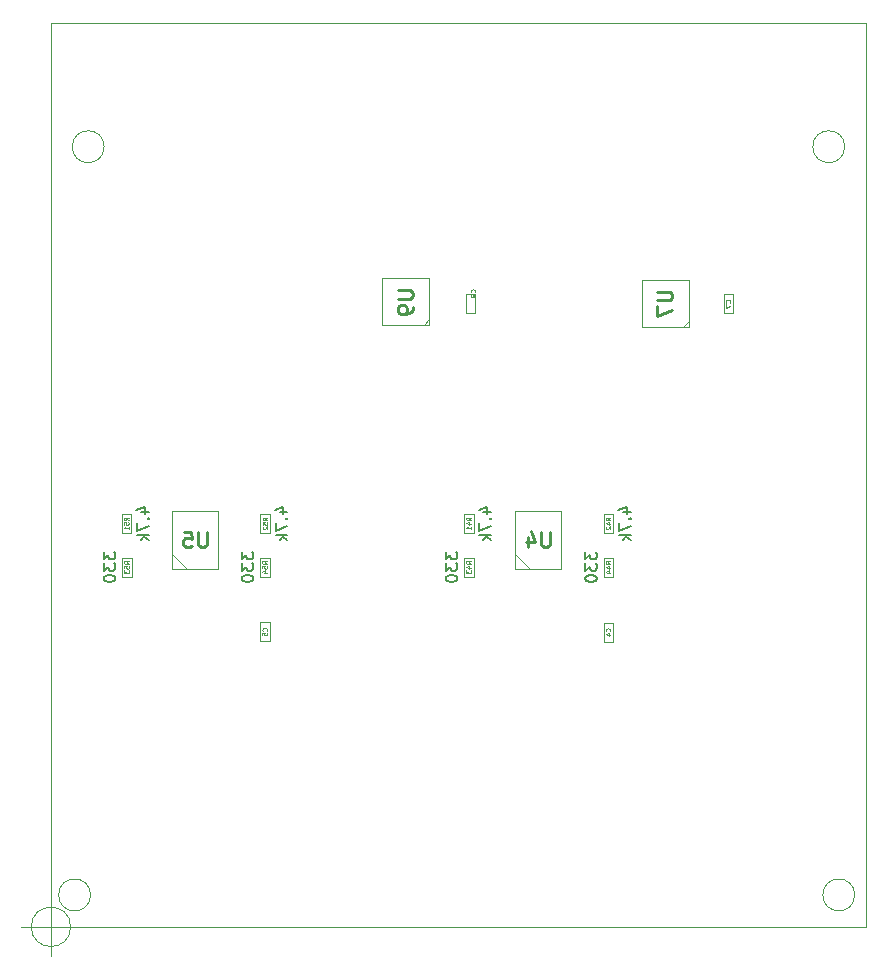
<source format=gbr>
G04 #@! TF.GenerationSoftware,KiCad,Pcbnew,(6.0.4-0)*
G04 #@! TF.CreationDate,2022-11-09T17:11:17+01:00*
G04 #@! TF.ProjectId,adapter_hybrid_assistor_hpc_2HDMI,61646170-7465-4725-9f68-79627269645f,rev?*
G04 #@! TF.SameCoordinates,Original*
G04 #@! TF.FileFunction,AssemblyDrawing,Bot*
%FSLAX46Y46*%
G04 Gerber Fmt 4.6, Leading zero omitted, Abs format (unit mm)*
G04 Created by KiCad (PCBNEW (6.0.4-0)) date 2022-11-09 17:11:17*
%MOMM*%
%LPD*%
G01*
G04 APERTURE LIST*
G04 #@! TA.AperFunction,Profile*
%ADD10C,0.100000*%
G04 #@! TD*
G04 #@! TA.AperFunction,Profile*
%ADD11C,0.050000*%
G04 #@! TD*
%ADD12C,0.060000*%
%ADD13C,0.150000*%
%ADD14C,0.254000*%
%ADD15C,0.100000*%
G04 APERTURE END LIST*
D10*
X100000000Y-100000000D02*
X100000000Y-176500000D01*
X100000000Y-176500000D02*
X169000000Y-176500000D01*
X169000000Y-100000000D02*
X169000000Y-176500000D01*
X100000000Y-100000000D02*
X169000000Y-100000000D01*
D11*
X168050000Y-173800000D02*
G75*
G03*
X168050000Y-173800000I-1350000J0D01*
G01*
X103350000Y-173800000D02*
G75*
G03*
X103350000Y-173800000I-1350000J0D01*
G01*
X104500000Y-110450000D02*
G75*
G03*
X104500000Y-110450000I-1350000J0D01*
G01*
X167200000Y-110450000D02*
G75*
G03*
X167200000Y-110450000I-1350000J0D01*
G01*
X101666666Y-176500000D02*
G75*
G03*
X101666666Y-176500000I-1666666J0D01*
G01*
X97500000Y-176500000D02*
X102500000Y-176500000D01*
X100000000Y-174000000D02*
X100000000Y-179000000D01*
X101666666Y-176500000D02*
G75*
G03*
X101666666Y-176500000I-1666666J0D01*
G01*
X97500000Y-176500000D02*
X102500000Y-176500000D01*
X100000000Y-174000000D02*
X100000000Y-179000000D01*
X101666666Y-176500000D02*
G75*
G03*
X101666666Y-176500000I-1666666J0D01*
G01*
X97500000Y-176500000D02*
X102500000Y-176500000D01*
X100000000Y-174000000D02*
X100000000Y-179000000D01*
D12*
X147335857Y-151482333D02*
X147354904Y-151463285D01*
X147373952Y-151406142D01*
X147373952Y-151368047D01*
X147354904Y-151310904D01*
X147316809Y-151272809D01*
X147278714Y-151253761D01*
X147202523Y-151234714D01*
X147145380Y-151234714D01*
X147069190Y-151253761D01*
X147031095Y-151272809D01*
X146993000Y-151310904D01*
X146973952Y-151368047D01*
X146973952Y-151406142D01*
X146993000Y-151463285D01*
X147012047Y-151482333D01*
X147107285Y-151825190D02*
X147373952Y-151825190D01*
X146954904Y-151729952D02*
X147240619Y-151634714D01*
X147240619Y-151882333D01*
X118252857Y-151444333D02*
X118271904Y-151425285D01*
X118290952Y-151368142D01*
X118290952Y-151330047D01*
X118271904Y-151272904D01*
X118233809Y-151234809D01*
X118195714Y-151215761D01*
X118119523Y-151196714D01*
X118062380Y-151196714D01*
X117986190Y-151215761D01*
X117948095Y-151234809D01*
X117910000Y-151272904D01*
X117890952Y-151330047D01*
X117890952Y-151368142D01*
X117910000Y-151425285D01*
X117929047Y-151444333D01*
X117890952Y-151806238D02*
X117890952Y-151615761D01*
X118081428Y-151596714D01*
X118062380Y-151615761D01*
X118043333Y-151653857D01*
X118043333Y-151749095D01*
X118062380Y-151787190D01*
X118081428Y-151806238D01*
X118119523Y-151825285D01*
X118214761Y-151825285D01*
X118252857Y-151806238D01*
X118271904Y-151787190D01*
X118290952Y-151749095D01*
X118290952Y-151653857D01*
X118271904Y-151615761D01*
X118252857Y-151596714D01*
X157495857Y-123669333D02*
X157514904Y-123650285D01*
X157533952Y-123593142D01*
X157533952Y-123555047D01*
X157514904Y-123497904D01*
X157476809Y-123459809D01*
X157438714Y-123440761D01*
X157362523Y-123421714D01*
X157305380Y-123421714D01*
X157229190Y-123440761D01*
X157191095Y-123459809D01*
X157153000Y-123497904D01*
X157133952Y-123555047D01*
X157133952Y-123593142D01*
X157153000Y-123650285D01*
X157172047Y-123669333D01*
X157133952Y-123802666D02*
X157133952Y-124069333D01*
X157533952Y-123897904D01*
D13*
X148408714Y-141412928D02*
X149075380Y-141412928D01*
X148027761Y-141174833D02*
X148742047Y-140936738D01*
X148742047Y-141555785D01*
X148980142Y-141936738D02*
X149027761Y-141984357D01*
X149075380Y-141936738D01*
X149027761Y-141889119D01*
X148980142Y-141936738D01*
X149075380Y-141936738D01*
X148075380Y-142317690D02*
X148075380Y-142984357D01*
X149075380Y-142555785D01*
X149075380Y-143365309D02*
X148075380Y-143365309D01*
X148694428Y-143460547D02*
X149075380Y-143746261D01*
X148408714Y-143746261D02*
X148789666Y-143365309D01*
D12*
X147373952Y-142084357D02*
X147183476Y-141951023D01*
X147373952Y-141855785D02*
X146973952Y-141855785D01*
X146973952Y-142008166D01*
X146993000Y-142046261D01*
X147012047Y-142065309D01*
X147050142Y-142084357D01*
X147107285Y-142084357D01*
X147145380Y-142065309D01*
X147164428Y-142046261D01*
X147183476Y-142008166D01*
X147183476Y-141855785D01*
X147107285Y-142427214D02*
X147373952Y-142427214D01*
X146954904Y-142331976D02*
X147240619Y-142236738D01*
X147240619Y-142484357D01*
X147012047Y-142617690D02*
X146993000Y-142636738D01*
X146973952Y-142674833D01*
X146973952Y-142770071D01*
X146993000Y-142808166D01*
X147012047Y-142827214D01*
X147050142Y-142846261D01*
X147088238Y-142846261D01*
X147145380Y-142827214D01*
X147373952Y-142598642D01*
X147373952Y-142846261D01*
D13*
X133404380Y-144764285D02*
X133404380Y-145383333D01*
X133785333Y-145050000D01*
X133785333Y-145192857D01*
X133832952Y-145288095D01*
X133880571Y-145335714D01*
X133975809Y-145383333D01*
X134213904Y-145383333D01*
X134309142Y-145335714D01*
X134356761Y-145288095D01*
X134404380Y-145192857D01*
X134404380Y-144907142D01*
X134356761Y-144811904D01*
X134309142Y-144764285D01*
X133404380Y-145716666D02*
X133404380Y-146335714D01*
X133785333Y-146002380D01*
X133785333Y-146145238D01*
X133832952Y-146240476D01*
X133880571Y-146288095D01*
X133975809Y-146335714D01*
X134213904Y-146335714D01*
X134309142Y-146288095D01*
X134356761Y-146240476D01*
X134404380Y-146145238D01*
X134404380Y-145859523D01*
X134356761Y-145764285D01*
X134309142Y-145716666D01*
X133404380Y-146954761D02*
X133404380Y-147050000D01*
X133452000Y-147145238D01*
X133499619Y-147192857D01*
X133594857Y-147240476D01*
X133785333Y-147288095D01*
X134023428Y-147288095D01*
X134213904Y-147240476D01*
X134309142Y-147192857D01*
X134356761Y-147145238D01*
X134404380Y-147050000D01*
X134404380Y-146954761D01*
X134356761Y-146859523D01*
X134309142Y-146811904D01*
X134213904Y-146764285D01*
X134023428Y-146716666D01*
X133785333Y-146716666D01*
X133594857Y-146764285D01*
X133499619Y-146811904D01*
X133452000Y-146859523D01*
X133404380Y-146954761D01*
D12*
X135562952Y-145792857D02*
X135372476Y-145659523D01*
X135562952Y-145564285D02*
X135162952Y-145564285D01*
X135162952Y-145716666D01*
X135182000Y-145754761D01*
X135201047Y-145773809D01*
X135239142Y-145792857D01*
X135296285Y-145792857D01*
X135334380Y-145773809D01*
X135353428Y-145754761D01*
X135372476Y-145716666D01*
X135372476Y-145564285D01*
X135296285Y-146135714D02*
X135562952Y-146135714D01*
X135143904Y-146040476D02*
X135429619Y-145945238D01*
X135429619Y-146192857D01*
X135162952Y-146307142D02*
X135162952Y-146554761D01*
X135315333Y-146421428D01*
X135315333Y-146478571D01*
X135334380Y-146516666D01*
X135353428Y-146535714D01*
X135391523Y-146554761D01*
X135486761Y-146554761D01*
X135524857Y-146535714D01*
X135543904Y-146516666D01*
X135562952Y-146478571D01*
X135562952Y-146364285D01*
X135543904Y-146326190D01*
X135524857Y-146307142D01*
D13*
X107616214Y-141412928D02*
X108282880Y-141412928D01*
X107235261Y-141174833D02*
X107949547Y-140936738D01*
X107949547Y-141555785D01*
X108187642Y-141936738D02*
X108235261Y-141984357D01*
X108282880Y-141936738D01*
X108235261Y-141889119D01*
X108187642Y-141936738D01*
X108282880Y-141936738D01*
X107282880Y-142317690D02*
X107282880Y-142984357D01*
X108282880Y-142555785D01*
X108282880Y-143365309D02*
X107282880Y-143365309D01*
X107901928Y-143460547D02*
X108282880Y-143746261D01*
X107616214Y-143746261D02*
X107997166Y-143365309D01*
D12*
X106581452Y-142084357D02*
X106390976Y-141951023D01*
X106581452Y-141855785D02*
X106181452Y-141855785D01*
X106181452Y-142008166D01*
X106200500Y-142046261D01*
X106219547Y-142065309D01*
X106257642Y-142084357D01*
X106314785Y-142084357D01*
X106352880Y-142065309D01*
X106371928Y-142046261D01*
X106390976Y-142008166D01*
X106390976Y-141855785D01*
X106181452Y-142446261D02*
X106181452Y-142255785D01*
X106371928Y-142236738D01*
X106352880Y-142255785D01*
X106333833Y-142293880D01*
X106333833Y-142389119D01*
X106352880Y-142427214D01*
X106371928Y-142446261D01*
X106410023Y-142465309D01*
X106505261Y-142465309D01*
X106543357Y-142446261D01*
X106562404Y-142427214D01*
X106581452Y-142389119D01*
X106581452Y-142293880D01*
X106562404Y-142255785D01*
X106543357Y-142236738D01*
X106581452Y-142846261D02*
X106581452Y-142617690D01*
X106581452Y-142731976D02*
X106181452Y-142731976D01*
X106238595Y-142693880D01*
X106276690Y-142655785D01*
X106295738Y-142617690D01*
D13*
X119351214Y-141412928D02*
X120017880Y-141412928D01*
X118970261Y-141174833D02*
X119684547Y-140936738D01*
X119684547Y-141555785D01*
X119922642Y-141936738D02*
X119970261Y-141984357D01*
X120017880Y-141936738D01*
X119970261Y-141889119D01*
X119922642Y-141936738D01*
X120017880Y-141936738D01*
X119017880Y-142317690D02*
X119017880Y-142984357D01*
X120017880Y-142555785D01*
X120017880Y-143365309D02*
X119017880Y-143365309D01*
X119636928Y-143460547D02*
X120017880Y-143746261D01*
X119351214Y-143746261D02*
X119732166Y-143365309D01*
D12*
X118316452Y-142084357D02*
X118125976Y-141951023D01*
X118316452Y-141855785D02*
X117916452Y-141855785D01*
X117916452Y-142008166D01*
X117935500Y-142046261D01*
X117954547Y-142065309D01*
X117992642Y-142084357D01*
X118049785Y-142084357D01*
X118087880Y-142065309D01*
X118106928Y-142046261D01*
X118125976Y-142008166D01*
X118125976Y-141855785D01*
X117916452Y-142446261D02*
X117916452Y-142255785D01*
X118106928Y-142236738D01*
X118087880Y-142255785D01*
X118068833Y-142293880D01*
X118068833Y-142389119D01*
X118087880Y-142427214D01*
X118106928Y-142446261D01*
X118145023Y-142465309D01*
X118240261Y-142465309D01*
X118278357Y-142446261D01*
X118297404Y-142427214D01*
X118316452Y-142389119D01*
X118316452Y-142293880D01*
X118297404Y-142255785D01*
X118278357Y-142236738D01*
X117954547Y-142617690D02*
X117935500Y-142636738D01*
X117916452Y-142674833D01*
X117916452Y-142770071D01*
X117935500Y-142808166D01*
X117954547Y-142827214D01*
X117992642Y-142846261D01*
X118030738Y-142846261D01*
X118087880Y-142827214D01*
X118316452Y-142598642D01*
X118316452Y-142846261D01*
D13*
X104448380Y-144764285D02*
X104448380Y-145383333D01*
X104829333Y-145050000D01*
X104829333Y-145192857D01*
X104876952Y-145288095D01*
X104924571Y-145335714D01*
X105019809Y-145383333D01*
X105257904Y-145383333D01*
X105353142Y-145335714D01*
X105400761Y-145288095D01*
X105448380Y-145192857D01*
X105448380Y-144907142D01*
X105400761Y-144811904D01*
X105353142Y-144764285D01*
X104448380Y-145716666D02*
X104448380Y-146335714D01*
X104829333Y-146002380D01*
X104829333Y-146145238D01*
X104876952Y-146240476D01*
X104924571Y-146288095D01*
X105019809Y-146335714D01*
X105257904Y-146335714D01*
X105353142Y-146288095D01*
X105400761Y-146240476D01*
X105448380Y-146145238D01*
X105448380Y-145859523D01*
X105400761Y-145764285D01*
X105353142Y-145716666D01*
X104448380Y-146954761D02*
X104448380Y-147050000D01*
X104496000Y-147145238D01*
X104543619Y-147192857D01*
X104638857Y-147240476D01*
X104829333Y-147288095D01*
X105067428Y-147288095D01*
X105257904Y-147240476D01*
X105353142Y-147192857D01*
X105400761Y-147145238D01*
X105448380Y-147050000D01*
X105448380Y-146954761D01*
X105400761Y-146859523D01*
X105353142Y-146811904D01*
X105257904Y-146764285D01*
X105067428Y-146716666D01*
X104829333Y-146716666D01*
X104638857Y-146764285D01*
X104543619Y-146811904D01*
X104496000Y-146859523D01*
X104448380Y-146954761D01*
D12*
X106606952Y-145792857D02*
X106416476Y-145659523D01*
X106606952Y-145564285D02*
X106206952Y-145564285D01*
X106206952Y-145716666D01*
X106226000Y-145754761D01*
X106245047Y-145773809D01*
X106283142Y-145792857D01*
X106340285Y-145792857D01*
X106378380Y-145773809D01*
X106397428Y-145754761D01*
X106416476Y-145716666D01*
X106416476Y-145564285D01*
X106206952Y-146154761D02*
X106206952Y-145964285D01*
X106397428Y-145945238D01*
X106378380Y-145964285D01*
X106359333Y-146002380D01*
X106359333Y-146097619D01*
X106378380Y-146135714D01*
X106397428Y-146154761D01*
X106435523Y-146173809D01*
X106530761Y-146173809D01*
X106568857Y-146154761D01*
X106587904Y-146135714D01*
X106606952Y-146097619D01*
X106606952Y-146002380D01*
X106587904Y-145964285D01*
X106568857Y-145945238D01*
X106206952Y-146307142D02*
X106206952Y-146554761D01*
X106359333Y-146421428D01*
X106359333Y-146478571D01*
X106378380Y-146516666D01*
X106397428Y-146535714D01*
X106435523Y-146554761D01*
X106530761Y-146554761D01*
X106568857Y-146535714D01*
X106587904Y-146516666D01*
X106606952Y-146478571D01*
X106606952Y-146364285D01*
X106587904Y-146326190D01*
X106568857Y-146307142D01*
D13*
X116132380Y-144764285D02*
X116132380Y-145383333D01*
X116513333Y-145050000D01*
X116513333Y-145192857D01*
X116560952Y-145288095D01*
X116608571Y-145335714D01*
X116703809Y-145383333D01*
X116941904Y-145383333D01*
X117037142Y-145335714D01*
X117084761Y-145288095D01*
X117132380Y-145192857D01*
X117132380Y-144907142D01*
X117084761Y-144811904D01*
X117037142Y-144764285D01*
X116132380Y-145716666D02*
X116132380Y-146335714D01*
X116513333Y-146002380D01*
X116513333Y-146145238D01*
X116560952Y-146240476D01*
X116608571Y-146288095D01*
X116703809Y-146335714D01*
X116941904Y-146335714D01*
X117037142Y-146288095D01*
X117084761Y-146240476D01*
X117132380Y-146145238D01*
X117132380Y-145859523D01*
X117084761Y-145764285D01*
X117037142Y-145716666D01*
X116132380Y-146954761D02*
X116132380Y-147050000D01*
X116180000Y-147145238D01*
X116227619Y-147192857D01*
X116322857Y-147240476D01*
X116513333Y-147288095D01*
X116751428Y-147288095D01*
X116941904Y-147240476D01*
X117037142Y-147192857D01*
X117084761Y-147145238D01*
X117132380Y-147050000D01*
X117132380Y-146954761D01*
X117084761Y-146859523D01*
X117037142Y-146811904D01*
X116941904Y-146764285D01*
X116751428Y-146716666D01*
X116513333Y-146716666D01*
X116322857Y-146764285D01*
X116227619Y-146811904D01*
X116180000Y-146859523D01*
X116132380Y-146954761D01*
D12*
X118290952Y-145792857D02*
X118100476Y-145659523D01*
X118290952Y-145564285D02*
X117890952Y-145564285D01*
X117890952Y-145716666D01*
X117910000Y-145754761D01*
X117929047Y-145773809D01*
X117967142Y-145792857D01*
X118024285Y-145792857D01*
X118062380Y-145773809D01*
X118081428Y-145754761D01*
X118100476Y-145716666D01*
X118100476Y-145564285D01*
X117890952Y-146154761D02*
X117890952Y-145964285D01*
X118081428Y-145945238D01*
X118062380Y-145964285D01*
X118043333Y-146002380D01*
X118043333Y-146097619D01*
X118062380Y-146135714D01*
X118081428Y-146154761D01*
X118119523Y-146173809D01*
X118214761Y-146173809D01*
X118252857Y-146154761D01*
X118271904Y-146135714D01*
X118290952Y-146097619D01*
X118290952Y-146002380D01*
X118271904Y-145964285D01*
X118252857Y-145945238D01*
X118024285Y-146516666D02*
X118290952Y-146516666D01*
X117871904Y-146421428D02*
X118157619Y-146326190D01*
X118157619Y-146573809D01*
D14*
X142235619Y-143068523D02*
X142235619Y-144096619D01*
X142175142Y-144217571D01*
X142114666Y-144278047D01*
X141993714Y-144338523D01*
X141751809Y-144338523D01*
X141630857Y-144278047D01*
X141570380Y-144217571D01*
X141509904Y-144096619D01*
X141509904Y-143068523D01*
X140360857Y-143491857D02*
X140360857Y-144338523D01*
X140663238Y-143008047D02*
X140965619Y-143915190D01*
X140179428Y-143915190D01*
X151323523Y-122730380D02*
X152351619Y-122730380D01*
X152472571Y-122790857D01*
X152533047Y-122851333D01*
X152593523Y-122972285D01*
X152593523Y-123214190D01*
X152533047Y-123335142D01*
X152472571Y-123395619D01*
X152351619Y-123456095D01*
X151323523Y-123456095D01*
X151323523Y-123939904D02*
X151323523Y-124786571D01*
X152593523Y-124242285D01*
X129352523Y-122603380D02*
X130380619Y-122603380D01*
X130501571Y-122663857D01*
X130562047Y-122724333D01*
X130622523Y-122845285D01*
X130622523Y-123087190D01*
X130562047Y-123208142D01*
X130501571Y-123268619D01*
X130380619Y-123329095D01*
X129352523Y-123329095D01*
X130622523Y-123994333D02*
X130622523Y-124236238D01*
X130562047Y-124357190D01*
X130501571Y-124417666D01*
X130320142Y-124538619D01*
X130078238Y-124599095D01*
X129594428Y-124599095D01*
X129473476Y-124538619D01*
X129413000Y-124478142D01*
X129352523Y-124357190D01*
X129352523Y-124115285D01*
X129413000Y-123994333D01*
X129473476Y-123933857D01*
X129594428Y-123873380D01*
X129896809Y-123873380D01*
X130017761Y-123933857D01*
X130078238Y-123994333D01*
X130138714Y-124115285D01*
X130138714Y-124357190D01*
X130078238Y-124478142D01*
X130017761Y-124538619D01*
X129896809Y-124599095D01*
X113191619Y-143068523D02*
X113191619Y-144096619D01*
X113131142Y-144217571D01*
X113070666Y-144278047D01*
X112949714Y-144338523D01*
X112707809Y-144338523D01*
X112586857Y-144278047D01*
X112526380Y-144217571D01*
X112465904Y-144096619D01*
X112465904Y-143068523D01*
X111256380Y-143068523D02*
X111861142Y-143068523D01*
X111921619Y-143673285D01*
X111861142Y-143612809D01*
X111740190Y-143552333D01*
X111437809Y-143552333D01*
X111316857Y-143612809D01*
X111256380Y-143673285D01*
X111195904Y-143794238D01*
X111195904Y-144096619D01*
X111256380Y-144217571D01*
X111316857Y-144278047D01*
X111437809Y-144338523D01*
X111740190Y-144338523D01*
X111861142Y-144278047D01*
X111921619Y-144217571D01*
D13*
X136597714Y-141412928D02*
X137264380Y-141412928D01*
X136216761Y-141174833D02*
X136931047Y-140936738D01*
X136931047Y-141555785D01*
X137169142Y-141936738D02*
X137216761Y-141984357D01*
X137264380Y-141936738D01*
X137216761Y-141889119D01*
X137169142Y-141936738D01*
X137264380Y-141936738D01*
X136264380Y-142317690D02*
X136264380Y-142984357D01*
X137264380Y-142555785D01*
X137264380Y-143365309D02*
X136264380Y-143365309D01*
X136883428Y-143460547D02*
X137264380Y-143746261D01*
X136597714Y-143746261D02*
X136978666Y-143365309D01*
D12*
X135562952Y-142084357D02*
X135372476Y-141951023D01*
X135562952Y-141855785D02*
X135162952Y-141855785D01*
X135162952Y-142008166D01*
X135182000Y-142046261D01*
X135201047Y-142065309D01*
X135239142Y-142084357D01*
X135296285Y-142084357D01*
X135334380Y-142065309D01*
X135353428Y-142046261D01*
X135372476Y-142008166D01*
X135372476Y-141855785D01*
X135296285Y-142427214D02*
X135562952Y-142427214D01*
X135143904Y-142331976D02*
X135429619Y-142236738D01*
X135429619Y-142484357D01*
X135562952Y-142846261D02*
X135562952Y-142617690D01*
X135562952Y-142731976D02*
X135162952Y-142731976D01*
X135220095Y-142693880D01*
X135258190Y-142655785D01*
X135277238Y-142617690D01*
X135905857Y-122780333D02*
X135924904Y-122761285D01*
X135943952Y-122704142D01*
X135943952Y-122666047D01*
X135924904Y-122608904D01*
X135886809Y-122570809D01*
X135848714Y-122551761D01*
X135772523Y-122532714D01*
X135715380Y-122532714D01*
X135639190Y-122551761D01*
X135601095Y-122570809D01*
X135563000Y-122608904D01*
X135543952Y-122666047D01*
X135543952Y-122704142D01*
X135563000Y-122761285D01*
X135582047Y-122780333D01*
X135943952Y-122970809D02*
X135943952Y-123047000D01*
X135924904Y-123085095D01*
X135905857Y-123104142D01*
X135848714Y-123142238D01*
X135772523Y-123161285D01*
X135620142Y-123161285D01*
X135582047Y-123142238D01*
X135563000Y-123123190D01*
X135543952Y-123085095D01*
X135543952Y-123008904D01*
X135563000Y-122970809D01*
X135582047Y-122951761D01*
X135620142Y-122932714D01*
X135715380Y-122932714D01*
X135753476Y-122951761D01*
X135772523Y-122970809D01*
X135791571Y-123008904D01*
X135791571Y-123085095D01*
X135772523Y-123123190D01*
X135753476Y-123142238D01*
X135715380Y-123161285D01*
D13*
X145215380Y-144764285D02*
X145215380Y-145383333D01*
X145596333Y-145050000D01*
X145596333Y-145192857D01*
X145643952Y-145288095D01*
X145691571Y-145335714D01*
X145786809Y-145383333D01*
X146024904Y-145383333D01*
X146120142Y-145335714D01*
X146167761Y-145288095D01*
X146215380Y-145192857D01*
X146215380Y-144907142D01*
X146167761Y-144811904D01*
X146120142Y-144764285D01*
X145215380Y-145716666D02*
X145215380Y-146335714D01*
X145596333Y-146002380D01*
X145596333Y-146145238D01*
X145643952Y-146240476D01*
X145691571Y-146288095D01*
X145786809Y-146335714D01*
X146024904Y-146335714D01*
X146120142Y-146288095D01*
X146167761Y-146240476D01*
X146215380Y-146145238D01*
X146215380Y-145859523D01*
X146167761Y-145764285D01*
X146120142Y-145716666D01*
X145215380Y-146954761D02*
X145215380Y-147050000D01*
X145263000Y-147145238D01*
X145310619Y-147192857D01*
X145405857Y-147240476D01*
X145596333Y-147288095D01*
X145834428Y-147288095D01*
X146024904Y-147240476D01*
X146120142Y-147192857D01*
X146167761Y-147145238D01*
X146215380Y-147050000D01*
X146215380Y-146954761D01*
X146167761Y-146859523D01*
X146120142Y-146811904D01*
X146024904Y-146764285D01*
X145834428Y-146716666D01*
X145596333Y-146716666D01*
X145405857Y-146764285D01*
X145310619Y-146811904D01*
X145263000Y-146859523D01*
X145215380Y-146954761D01*
D12*
X147373952Y-145792857D02*
X147183476Y-145659523D01*
X147373952Y-145564285D02*
X146973952Y-145564285D01*
X146973952Y-145716666D01*
X146993000Y-145754761D01*
X147012047Y-145773809D01*
X147050142Y-145792857D01*
X147107285Y-145792857D01*
X147145380Y-145773809D01*
X147164428Y-145754761D01*
X147183476Y-145716666D01*
X147183476Y-145564285D01*
X147107285Y-146135714D02*
X147373952Y-146135714D01*
X146954904Y-146040476D02*
X147240619Y-145945238D01*
X147240619Y-146192857D01*
X147107285Y-146516666D02*
X147373952Y-146516666D01*
X146954904Y-146421428D02*
X147240619Y-146326190D01*
X147240619Y-146573809D01*
D15*
X147593000Y-152349000D02*
X146793000Y-152349000D01*
X146793000Y-150749000D02*
X147593000Y-150749000D01*
X146793000Y-152349000D02*
X146793000Y-150749000D01*
X147593000Y-150749000D02*
X147593000Y-152349000D01*
X118510000Y-152311000D02*
X117710000Y-152311000D01*
X117710000Y-152311000D02*
X117710000Y-150711000D01*
X118510000Y-150711000D02*
X118510000Y-152311000D01*
X117710000Y-150711000D02*
X118510000Y-150711000D01*
X157753000Y-124536000D02*
X156953000Y-124536000D01*
X156953000Y-122936000D02*
X157753000Y-122936000D01*
X156953000Y-124536000D02*
X156953000Y-122936000D01*
X157753000Y-122936000D02*
X157753000Y-124536000D01*
X147593000Y-143141500D02*
X147593000Y-141541500D01*
X147593000Y-141541500D02*
X146793000Y-141541500D01*
X146793000Y-143141500D02*
X147593000Y-143141500D01*
X146793000Y-141541500D02*
X146793000Y-143141500D01*
X134982000Y-146850000D02*
X135782000Y-146850000D01*
X135782000Y-145250000D02*
X134982000Y-145250000D01*
X134982000Y-145250000D02*
X134982000Y-146850000D01*
X135782000Y-146850000D02*
X135782000Y-145250000D01*
X106800500Y-141541500D02*
X106000500Y-141541500D01*
X106800500Y-143141500D02*
X106800500Y-141541500D01*
X106000500Y-143141500D02*
X106800500Y-143141500D01*
X106000500Y-141541500D02*
X106000500Y-143141500D01*
X117735500Y-141541500D02*
X117735500Y-143141500D01*
X118535500Y-143141500D02*
X118535500Y-141541500D01*
X118535500Y-141541500D02*
X117735500Y-141541500D01*
X117735500Y-143141500D02*
X118535500Y-143141500D01*
X106826000Y-146850000D02*
X106826000Y-145250000D01*
X106026000Y-145250000D02*
X106026000Y-146850000D01*
X106026000Y-146850000D02*
X106826000Y-146850000D01*
X106826000Y-145250000D02*
X106026000Y-145250000D01*
X118510000Y-145250000D02*
X117710000Y-145250000D01*
X117710000Y-146850000D02*
X118510000Y-146850000D01*
X117710000Y-145250000D02*
X117710000Y-146850000D01*
X118510000Y-146850000D02*
X118510000Y-145250000D01*
X139320000Y-146216000D02*
X143216000Y-146216000D01*
X139320000Y-141312000D02*
X139320000Y-146216000D01*
X143216000Y-146216000D02*
X143216000Y-141312000D01*
X139320000Y-144946000D02*
X140590000Y-146216000D01*
X143216000Y-141312000D02*
X139320000Y-141312000D01*
X153519000Y-125698000D02*
X154019000Y-125198000D01*
X154019000Y-125698000D02*
X154019000Y-121698000D01*
X150019000Y-121698000D02*
X150019000Y-125698000D01*
X154019000Y-121698000D02*
X150019000Y-121698000D01*
X150019000Y-125698000D02*
X154019000Y-125698000D01*
X128048000Y-121571000D02*
X128048000Y-125571000D01*
X131548000Y-125571000D02*
X132048000Y-125071000D01*
X132048000Y-125571000D02*
X132048000Y-121571000D01*
X128048000Y-125571000D02*
X132048000Y-125571000D01*
X132048000Y-121571000D02*
X128048000Y-121571000D01*
X110276000Y-144946000D02*
X111546000Y-146216000D01*
X114172000Y-141312000D02*
X110276000Y-141312000D01*
X110276000Y-146216000D02*
X114172000Y-146216000D01*
X114172000Y-146216000D02*
X114172000Y-141312000D01*
X110276000Y-141312000D02*
X110276000Y-146216000D01*
X135782000Y-141541500D02*
X134982000Y-141541500D01*
X134982000Y-143141500D02*
X135782000Y-143141500D01*
X134982000Y-141541500D02*
X134982000Y-143141500D01*
X135782000Y-143141500D02*
X135782000Y-141541500D01*
X135109000Y-124536000D02*
X135109000Y-122936000D01*
X135909000Y-124536000D02*
X135109000Y-124536000D01*
X135909000Y-122936000D02*
X135909000Y-124536000D01*
X135109000Y-122936000D02*
X135909000Y-122936000D01*
X146793000Y-146850000D02*
X147593000Y-146850000D01*
X146793000Y-145250000D02*
X146793000Y-146850000D01*
X147593000Y-145250000D02*
X146793000Y-145250000D01*
X147593000Y-146850000D02*
X147593000Y-145250000D01*
M02*

</source>
